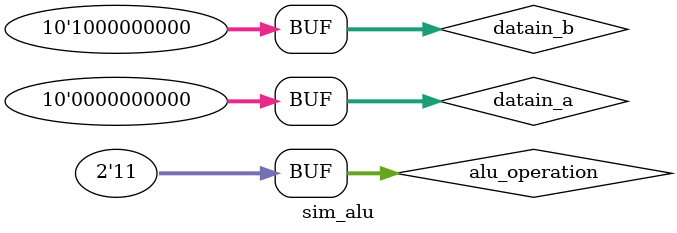
<source format=v>
`timescale 1ns / 1ps

module sim_alu;

    reg [9:0] datain_a;
    reg [9:0] datain_b;
    reg [1:0] alu_operation;
    wire [9:0] dataout;

    alu uut(datain_a, datain_b, alu_operation, dataout);

    initial begin
        #1  begin
            alu_operation = 2'd0;
            datain_a = 10'h3F0;
            datain_b = 10'h00F;
            end
        #10 begin
            datain_a = 10'h3F0;
            datain_b = 10'h0FF;
            end
        #10 begin 
            datain_a = 10'h3FF;
            datain_b = 10'h3FF;
            end
        #10  alu_operation = 2'd1;
        #10 begin 
            datain_a = 10'h3FF;
            datain_b = 10'h0FF;
            end      
        #10 begin 
            datain_a = 10'h1FF;
            datain_b = 10'h00F;
            end    
        #10 begin 
            datain_a = 10'h000;
            datain_b = 10'h00F;
            end                           
        #10  alu_operation = 2'd2;
        #10 begin
            datain_a = 10'h3FF;
            datain_b = 10'h3FF;
            end        
        #10  alu_operation = 2'd3;
        #10 begin
            datain_a = 10'h3FF;
            datain_b = 10'h0FF;
            end  
        #10 begin
            datain_a = 10'h000;
            datain_b = 10'h200;
            end
   end
   
    

endmodule

</source>
